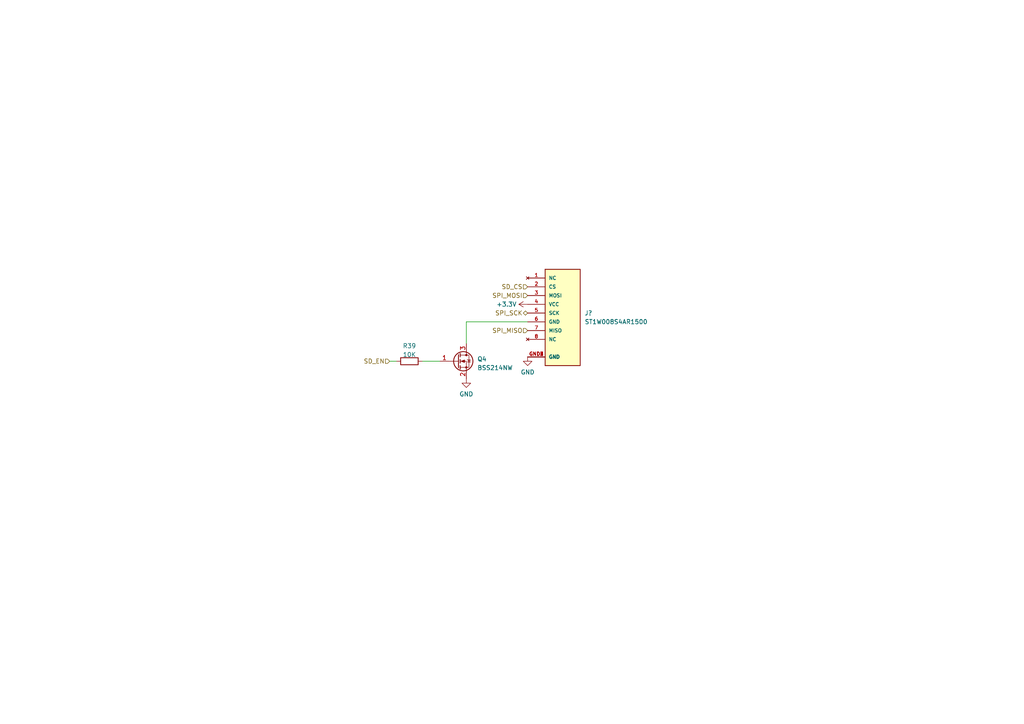
<source format=kicad_sch>
(kicad_sch (version 20230121) (generator eeschema)
  (paper "A4")
  (lib_symbols
    (symbol "Device:R" (pin_numbers hide) (pin_names (offset 0))
      (property "Reference" "R" (at 2.032 0 90))
      (property "Value" "R" (at 0 0 90))
      (symbol "R_0_1"
        (rectangle (start -1.016 -2.54) (end 1.016 2.54) (stroke (width 0.254)))
      )
      (symbol "R_1_1"
        (pin passive line (at 0 3.81 270) (length 1.27) (name "~") (number "1"))
        (pin passive line (at 0 -3.81 90) (length 1.27) (name "~") (number "2"))
      )
    )
    (symbol "Transistor_FET:BSS214NW" (pin_names hide)
      (property "Reference" "Q" (at 5.08 1.905 0))
      (property "Value" "BSS214NW" (at 5.08 0 0))
      (symbol "BSS214NW_0_1"
        (polyline (pts (xy 0.254 0) (xy -2.54 0)))
        (polyline (pts (xy 0.254 1.905) (xy 0.254 -1.905)) (stroke (width 0.254)))
        (polyline (pts (xy 0.762 -1.27) (xy 0.762 -2.286)) (stroke (width 0.254)))
        (polyline (pts (xy 0.762 0.508) (xy 0.762 -0.508)) (stroke (width 0.254)))
        (polyline (pts (xy 0.762 2.286) (xy 0.762 1.27)) (stroke (width 0.254)))
        (polyline (pts (xy 2.54 2.54) (xy 2.54 1.778)))
        (polyline (pts (xy 2.54 -2.54) (xy 2.54 0) (xy 0.762 0)))
        (polyline (pts (xy 0.762 -1.778) (xy 3.302 -1.778) (xy 3.302 1.778) (xy 0.762 1.778)))
        (polyline (pts (xy 1.016 0) (xy 2.032 0.381) (xy 2.032 -0.381) (xy 1.016 0)) (fill (type outline)))
        (polyline (pts (xy 2.794 0.508) (xy 2.921 0.381) (xy 3.683 0.381) (xy 3.81 0.254)))
        (polyline (pts (xy 3.302 0.381) (xy 2.921 -0.254) (xy 3.683 -0.254) (xy 3.302 0.381)))
        (circle (center 1.651 0) (radius 2.794) (stroke (width 0.254)))
        (circle (center 2.54 -1.778) (radius 0.254) (fill (type outline)))
        (circle (center 2.54 1.778) (radius 0.254) (fill (type outline)))
      )
      (symbol "BSS214NW_1_1"
        (pin input line (at -5.08 0 0) (length 2.54) (name "G") (number "1"))
        (pin passive line (at 2.54 -5.08 90) (length 2.54) (name "S") (number "2"))
        (pin passive line (at 2.54 5.08 270) (length 2.54) (name "D") (number "3"))
      )
    )
    (symbol "card_connectors:ST1W008S4AR1500" (pin_names (offset 1.016))
      (property "Reference" "J" (at -5.08 13.462 0))
      (property "Value" "ST1W008S4AR1500" (at -5.08 -17.78 0))
      (symbol "ST1W008S4AR1500_0_0"
        (rectangle (start -5.08 -15.24) (end 5.08 12.7) (stroke (width 0.254)) (fill (type background)))
        (pin power_in line (at -10.16 -12.7 0) (length 5.08) (name "GND") (number "GND1"))
        (pin power_in line (at -10.16 -12.7 0) (length 5.08) (name "GND") (number "GND2"))
        (pin power_in line (at -10.16 -12.7 0) (length 5.08) (name "GND") (number "GND3"))
        (pin power_in line (at -10.16 -12.7 0) (length 5.08) (name "GND") (number "GND4"))
      )
      (symbol "ST1W008S4AR1500_1_0"
        (pin no_connect line (at -10.16 10.16 0) (length 5.08) (name "NC") (number "1"))
        (pin passive line (at -10.16 7.62 0) (length 5.08) (name "CS") (number "2"))
        (pin passive line (at -10.16 5.08 0) (length 5.08) (name "MOSI") (number "3"))
        (pin passive line (at -10.16 2.54 0) (length 5.08) (name "VCC") (number "4"))
        (pin passive line (at -10.16 0 0) (length 5.08) (name "SCK") (number "5"))
        (pin passive line (at -10.16 -2.54 0) (length 5.08) (name "GND") (number "6"))
        (pin passive line (at -10.16 -5.08 0) (length 5.08) (name "MISO") (number "7"))
        (pin no_connect line (at -10.16 -7.62 0) (length 5.08) (name "NC") (number "8"))
      )
    )
    (symbol "power:+3.3V" (power) (pin_names (offset 0))
      (property "Value" "+3.3V" (at 0 3.556 0))
      (symbol "+3.3V_0_1"
        (polyline (pts (xy -0.762 1.27) (xy 0 2.54)))
        (polyline (pts (xy 0 0) (xy 0 2.54)))
        (polyline (pts (xy 0 2.54) (xy 0.762 1.27)))
      )
      (symbol "+3.3V_1_1"
        (pin power_in line (at 0 0 90) (length 0) hide (name "+3.3V") (number "1"))
      )
    )
    (symbol "power:GND" (power) (pin_names (offset 0))
      (property "Value" "GND" (at 0 -3.81 0))
      (symbol "GND_0_1"
        (polyline (pts (xy 0 0) (xy 0 -1.27) (xy 1.27 -1.27) (xy 0 -2.54) (xy -1.27 -1.27) (xy 0 -1.27)))
      )
      (symbol "GND_1_1"
        (pin power_in line (at 0 0 270) (length 0) hide (name "GND") (number "1"))
      )
    )
  )
  (wire (pts (xy 122.555 104.775) (xy 127.635 104.775)))
  (wire (pts (xy 113.03 104.775) (xy 114.935 104.775)))
  (wire (pts (xy 135.255 93.345) (xy 153.035 93.345)))
  (wire (pts (xy 135.255 93.345) (xy 135.255 99.695)))
  (hierarchical_label "SPI_SCK" (shape bidirectional) (at 153.035 90.805 180))
  (hierarchical_label "SPI_MOSI" (shape input) (at 153.035 85.725 180))
  (hierarchical_label "SD_CS" (shape input) (at 153.035 83.185 180))
  (hierarchical_label "SPI_MISO" (shape input) (at 153.035 95.885 180))
  (hierarchical_label "SD_EN" (shape input) (at 113.03 104.775 180))
  (symbol (lib_id "Transistor_FET:BSS214NW") (at 132.715 104.775 0) (unit 1)
    (property "Reference" "Q4" (at 138.43 104.14 0) (effects (justify left)))
    (property "Value" "BSS214NW" (at 138.43 106.68 0) (effects (justify left)))
    (property "Footprint" "Package_TO_SOT_SMD:SOT-323_SC-70" (effects hide))
    (property "Datasheet" "https://www.infineon.com/dgdl/Infineon-BSS214NW-DS-v02_02-en.pdf?fileId=db3a30431b3e89eb011b695aebc01bde" (effects hide))
  )
  (symbol (lib_id "Device:R") (at 118.745 104.775 90) (unit 1)
    (property "Reference" "R39" (at 118.745 100.33 90))
    (property "Value" "10K" (at 118.745 102.87 90))
  )
  (symbol (lib_id "power:GND") (at 153.035 103.505 0) (unit 1)
    (property "Reference" "#PWR0111" (effects hide))
    (property "Value" "GND" (at 153.035 107.95 0))
  )
  (symbol (lib_id "power:+3.3V") (at 153.035 88.265 90) (unit 1)
    (property "Reference" "#PWR0110" (effects hide))
    (property "Value" "+3.3V" (at 149.86 88.265 90) (effects (justify left)))
  )
  (symbol (lib_id "power:GND") (at 135.255 109.855 0) (unit 1)
    (property "Reference" "#PWR0109" (effects hide))
    (property "Value" "GND" (at 135.255 114.3 0))
  )
  (symbol (lib_id "card_connectors:ST1W008S4AR1500") (at 163.195 90.805 0) (unit 1)
    (property "Reference" "J?" (at 169.545 90.805 0) (effects (justify left)))
    (property "Value" "ST1W008S4AR1500" (at 169.545 93.345 0) (effects (justify left)))
    (property "Footprint" "card_connectors:ST1W008S4AR1500" (effects hide))
    (property "PARTREV" "2" (effects hide))
    (property "MANUFACTURER" "JAE Electronics" (effects hide))
    (property "MAXIMUM_PACKAGE_HEIGHT" "2.0 mm" (effects hide))
    (property "STANDARD" "Manufacturer Recommendations" (effects hide))
  )
)
</source>
